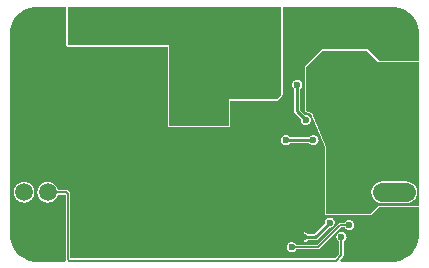
<source format=gbl>
G04*
G04 #@! TF.GenerationSoftware,Altium Limited,Altium Designer,20.1.8 (145)*
G04*
G04 Layer_Physical_Order=2*
G04 Layer_Color=16711680*
%FSAX44Y44*%
%MOMM*%
G71*
G04*
G04 #@! TF.SameCoordinates,DAE18ED5-9265-4BEA-8E83-C5C8D91DC67F*
G04*
G04*
G04 #@! TF.FilePolarity,Positive*
G04*
G01*
G75*
%ADD10C,0.1524*%
%ADD12C,0.2540*%
%ADD14C,0.1270*%
%ADD72C,1.6000*%
%ADD73O,4.0000X2.4000*%
%ADD74C,2.5000*%
%ADD75C,0.6000*%
%ADD76C,0.6500*%
%ADD77C,1.5000*%
G36*
X00231301Y00142910D02*
X00227768Y00139377D01*
X00186991Y00139377D01*
X00186990Y00116994D01*
X00136520Y00116994D01*
X00136520Y00185275D01*
X00050546Y00185275D01*
Y00217961D01*
X00231301D01*
X00231301Y00142910D01*
D02*
G37*
G36*
X00331697Y00217079D02*
X00335876Y00215348D01*
X00339637Y00212835D01*
X00342835Y00209637D01*
X00345348Y00205876D01*
X00347079Y00201697D01*
X00347961Y00197262D01*
Y00195000D01*
Y00172263D01*
X00313915Y00172263D01*
X00304572Y00181606D01*
X00304466Y00181701D01*
X00304350Y00181783D01*
X00304225Y00181852D01*
X00304093Y00181907D01*
X00303956Y00181946D01*
X00303815Y00181970D01*
X00303673Y00181978D01*
X00266660D01*
X00266517Y00181970D01*
X00266377Y00181946D01*
X00266240Y00181907D01*
X00266108Y00181852D01*
X00265983Y00181783D01*
X00265867Y00181701D01*
X00265760Y00181606D01*
X00251653Y00167498D01*
X00251558Y00167392D01*
X00251475Y00167276D01*
X00251406Y00167151D01*
X00251352Y00167019D01*
X00251312Y00166882D01*
X00251288Y00166741D01*
X00251280Y00166599D01*
X00251280Y00129936D01*
X00251284Y00129876D01*
X00251286Y00129817D01*
X00251288Y00129806D01*
X00251288Y00129794D01*
X00251298Y00129735D01*
X00251307Y00129676D01*
X00251310Y00129665D01*
X00251312Y00129653D01*
X00251329Y00129595D01*
X00251344Y00129538D01*
X00251348Y00129528D01*
X00251352Y00129516D01*
X00251375Y00129460D01*
X00251396Y00129406D01*
X00251402Y00129395D01*
X00251406Y00129384D01*
X00251435Y00129332D01*
X00251463Y00129280D01*
X00251469Y00129270D01*
X00251475Y00129259D01*
X00251510Y00129211D01*
X00251543Y00129162D01*
X00251551Y00129153D01*
X00251558Y00129143D01*
X00251597Y00129099D01*
X00251636Y00129054D01*
X00251645Y00129045D01*
X00251653Y00129037D01*
X00251697Y00128998D01*
X00251741Y00128957D01*
X00251751Y00128949D01*
X00251759Y00128942D01*
X00251808Y00128907D01*
X00251856Y00128872D01*
X00251866Y00128866D01*
X00251876Y00128859D01*
X00251928Y00128830D01*
X00251979Y00128801D01*
X00251990Y00128796D01*
X00252001Y00128790D01*
X00252056Y00128767D01*
X00252110Y00128743D01*
X00256663Y00127054D01*
X00268476Y00099057D01*
Y00042342D01*
X00268484Y00042200D01*
X00268508Y00042059D01*
X00268547Y00041922D01*
X00268602Y00041790D01*
X00268671Y00041665D01*
X00268754Y00041549D01*
X00268849Y00041443D01*
X00268955Y00041348D01*
X00269071Y00041265D01*
X00269196Y00041196D01*
X00269328Y00041142D01*
X00269465Y00041102D01*
X00269606Y00041078D01*
X00269748Y00041070D01*
X00306756Y00041070D01*
X00306898Y00041078D01*
X00307039Y00041102D01*
X00307176Y00041142D01*
X00307308Y00041196D01*
X00307433Y00041265D01*
X00307549Y00041348D01*
X00307656Y00041443D01*
X00314058Y00047845D01*
X00347961Y00047845D01*
Y00025000D01*
Y00022738D01*
X00347079Y00018303D01*
X00345348Y00014124D01*
X00342835Y00010363D01*
X00339637Y00007165D01*
X00335876Y00004652D01*
X00331697Y00002921D01*
X00327262Y00002039D01*
X00281810D01*
X00281227Y00003447D01*
X00283953Y00006174D01*
X00284088Y00006322D01*
X00284207Y00006482D01*
X00284309Y00006654D01*
X00284395Y00006834D01*
X00284462Y00007022D01*
X00284510Y00007216D01*
X00284540Y00007413D01*
X00284549Y00007613D01*
Y00019131D01*
X00284651Y00019185D01*
X00284888Y00019333D01*
X00285116Y00019496D01*
X00285332Y00019673D01*
X00285536Y00019864D01*
X00285727Y00020068D01*
X00285904Y00020285D01*
X00286067Y00020512D01*
X00286215Y00020749D01*
X00286347Y00020996D01*
X00286462Y00021250D01*
X00286560Y00021512D01*
X00286642Y00021780D01*
X00286705Y00022052D01*
X00286751Y00022328D01*
X00286778Y00022606D01*
X00286787Y00022885D01*
X00286778Y00023165D01*
X00286751Y00023443D01*
X00286705Y00023719D01*
X00286642Y00023991D01*
X00286560Y00024259D01*
X00286462Y00024520D01*
X00286347Y00024775D01*
X00286215Y00025022D01*
X00286067Y00025259D01*
X00285904Y00025486D01*
X00285727Y00025702D01*
X00285536Y00025906D01*
X00285332Y00026097D01*
X00285116Y00026275D01*
X00284888Y00026438D01*
X00284651Y00026585D01*
X00284405Y00026717D01*
X00284150Y00026832D01*
X00283888Y00026931D01*
X00283621Y00027012D01*
X00283349Y00027076D01*
X00283073Y00027121D01*
X00282794Y00027148D01*
X00282515Y00027158D01*
X00282236Y00027148D01*
X00281957Y00027121D01*
X00281681Y00027076D01*
X00281409Y00027012D01*
X00281142Y00026931D01*
X00280880Y00026832D01*
X00280625Y00026717D01*
X00280379Y00026585D01*
X00280141Y00026438D01*
X00279914Y00026275D01*
X00279698Y00026097D01*
X00279494Y00025906D01*
X00279303Y00025702D01*
X00279126Y00025486D01*
X00278963Y00025259D01*
X00278815Y00025022D01*
X00278683Y00024775D01*
X00278568Y00024520D01*
X00278469Y00024259D01*
X00278388Y00023991D01*
X00278325Y00023719D01*
X00278279Y00023443D01*
X00278252Y00023165D01*
X00278243Y00022885D01*
X00278252Y00022606D01*
X00278279Y00022328D01*
X00278325Y00022052D01*
X00278388Y00021780D01*
X00278469Y00021512D01*
X00278568Y00021250D01*
X00278683Y00020996D01*
X00278815Y00020749D01*
X00278963Y00020512D01*
X00279126Y00020285D01*
X00279303Y00020068D01*
X00279494Y00019864D01*
X00279698Y00019673D01*
X00279914Y00019496D01*
X00280141Y00019333D01*
X00280379Y00019185D01*
X00280480Y00019131D01*
Y00008455D01*
X00276822Y00004796D01*
X00052983D01*
Y00059420D01*
X00052973Y00059619D01*
X00052943Y00059817D01*
X00052895Y00060010D01*
X00052828Y00060198D01*
X00052742Y00060379D01*
X00052640Y00060550D01*
X00052521Y00060710D01*
X00052387Y00060858D01*
X00051057Y00062188D01*
X00050909Y00062322D01*
X00050749Y00062441D01*
X00050578Y00062543D01*
X00050397Y00062629D01*
X00050209Y00062696D01*
X00050016Y00062744D01*
X00049818Y00062774D01*
X00049619Y00062784D01*
X00042314D01*
X00042218Y00063150D01*
X00042099Y00063537D01*
X00041961Y00063918D01*
X00041806Y00064292D01*
X00041634Y00064659D01*
X00041445Y00065018D01*
X00041239Y00065367D01*
X00041018Y00065707D01*
X00040781Y00066036D01*
X00040530Y00066353D01*
X00040264Y00066659D01*
X00039984Y00066952D01*
X00039691Y00067232D01*
X00039385Y00067498D01*
X00039068Y00067750D01*
X00038739Y00067986D01*
X00038399Y00068208D01*
X00038050Y00068413D01*
X00037691Y00068602D01*
X00037324Y00068774D01*
X00036950Y00068929D01*
X00036569Y00069067D01*
X00036182Y00069187D01*
X00035789Y00069289D01*
X00035393Y00069372D01*
X00034993Y00069437D01*
X00034590Y00069484D01*
X00034186Y00069512D01*
X00033781Y00069521D01*
X00033376Y00069512D01*
X00032972Y00069484D01*
X00032569Y00069437D01*
X00032169Y00069372D01*
X00031773Y00069289D01*
X00031380Y00069187D01*
X00030993Y00069067D01*
X00030612Y00068929D01*
X00030238Y00068774D01*
X00029871Y00068602D01*
X00029512Y00068413D01*
X00029163Y00068208D01*
X00028823Y00067986D01*
X00028495Y00067750D01*
X00028177Y00067498D01*
X00027871Y00067232D01*
X00027578Y00066952D01*
X00027298Y00066659D01*
X00027032Y00066353D01*
X00026781Y00066036D01*
X00026544Y00065707D01*
X00026323Y00065367D01*
X00026117Y00065018D01*
X00025928Y00064659D01*
X00025756Y00064292D01*
X00025601Y00063918D01*
X00025464Y00063537D01*
X00025344Y00063150D01*
X00025242Y00062758D01*
X00025158Y00062361D01*
X00025093Y00061961D01*
X00025046Y00061559D01*
X00025018Y00061154D01*
X00025009Y00060749D01*
X00025018Y00060344D01*
X00025046Y00059940D01*
X00025093Y00059537D01*
X00025158Y00059137D01*
X00025242Y00058741D01*
X00025344Y00058348D01*
X00025464Y00057961D01*
X00025601Y00057580D01*
X00025756Y00057206D01*
X00025928Y00056839D01*
X00026117Y00056480D01*
X00026323Y00056131D01*
X00026544Y00055792D01*
X00026781Y00055463D01*
X00027032Y00055145D01*
X00027298Y00054839D01*
X00027578Y00054546D01*
X00027871Y00054266D01*
X00028177Y00054000D01*
X00028495Y00053749D01*
X00028823Y00053512D01*
X00029163Y00053291D01*
X00029512Y00053085D01*
X00029871Y00052896D01*
X00030238Y00052724D01*
X00030612Y00052569D01*
X00030993Y00052432D01*
X00031380Y00052312D01*
X00031773Y00052210D01*
X00032169Y00052126D01*
X00032569Y00052061D01*
X00032972Y00052014D01*
X00033376Y00051986D01*
X00033781Y00051977D01*
X00034186Y00051986D01*
X00034590Y00052014D01*
X00034993Y00052061D01*
X00035393Y00052126D01*
X00035789Y00052210D01*
X00036182Y00052312D01*
X00036569Y00052432D01*
X00036950Y00052569D01*
X00037324Y00052724D01*
X00037691Y00052896D01*
X00038050Y00053085D01*
X00038399Y00053291D01*
X00038739Y00053512D01*
X00039068Y00053749D01*
X00039385Y00054000D01*
X00039691Y00054266D01*
X00039984Y00054546D01*
X00040264Y00054839D01*
X00040530Y00055145D01*
X00040781Y00055463D01*
X00041018Y00055792D01*
X00041239Y00056131D01*
X00041445Y00056480D01*
X00041634Y00056839D01*
X00041806Y00057206D01*
X00041961Y00057580D01*
X00042099Y00057961D01*
X00042218Y00058348D01*
X00042314Y00058715D01*
X00048776D01*
X00048914Y00058577D01*
Y00003820D01*
X00048923Y00003621D01*
X00048932Y00003563D01*
X00048893Y00003322D01*
X00048326Y00002368D01*
X00048190Y00002244D01*
X00047870Y00002039D01*
X00022738D01*
X00018303Y00002921D01*
X00014124Y00004652D01*
X00010363Y00007165D01*
X00007165Y00010363D01*
X00004652Y00014124D01*
X00002921Y00018303D01*
X00002039Y00022738D01*
Y00025000D01*
Y00195000D01*
Y00197262D01*
X00002921Y00201697D01*
X00004652Y00205876D01*
X00007165Y00209637D01*
X00010363Y00212835D01*
X00014124Y00215348D01*
X00018303Y00217079D01*
X00022738Y00217961D01*
X00049274D01*
Y00185275D01*
X00049282Y00185133D01*
X00049306Y00184992D01*
X00049346Y00184855D01*
X00049400Y00184723D01*
X00049469Y00184599D01*
X00049552Y00184482D01*
X00049647Y00184376D01*
X00049753Y00184281D01*
X00049869Y00184198D01*
X00049994Y00184129D01*
X00050126Y00184075D01*
X00050263Y00184035D01*
X00050404Y00184011D01*
X00050546Y00184003D01*
X00135248Y00184003D01*
X00135248Y00116994D01*
X00135256Y00116852D01*
X00135280Y00116711D01*
X00135320Y00116574D01*
X00135374Y00116442D01*
X00135443Y00116318D01*
X00135526Y00116201D01*
X00135621Y00116095D01*
X00135727Y00116000D01*
X00135844Y00115917D01*
X00135968Y00115848D01*
X00136100Y00115794D01*
X00136237Y00115754D01*
X00136378Y00115730D01*
X00136520Y00115722D01*
X00186990Y00115722D01*
X00187133Y00115730D01*
X00187274Y00115754D01*
X00187411Y00115794D01*
X00187542Y00115848D01*
X00187667Y00115917D01*
X00187784Y00116000D01*
X00187890Y00116095D01*
X00187985Y00116201D01*
X00188067Y00116318D01*
X00188137Y00116442D01*
X00188191Y00116574D01*
X00188230Y00116711D01*
X00188254Y00116852D01*
X00188262Y00116994D01*
X00188263Y00138105D01*
X00227768Y00138105D01*
X00227910Y00138113D01*
X00228051Y00138137D01*
X00228188Y00138177D01*
X00228319Y00138231D01*
X00228444Y00138301D01*
X00228561Y00138383D01*
X00228667Y00138478D01*
X00232200Y00142011D01*
X00232295Y00142117D01*
X00232378Y00142234D01*
X00232447Y00142359D01*
X00232501Y00142490D01*
X00232541Y00142627D01*
X00232565Y00142768D01*
X00232573Y00142910D01*
X00232573Y00217961D01*
X00327262D01*
X00331697Y00217079D01*
D02*
G37*
G36*
X00313388Y00170991D02*
X00347961Y00170991D01*
Y00049117D01*
X00313531Y00049117D01*
X00306756Y00042342D01*
X00269748Y00042342D01*
Y00099314D01*
X00257622Y00128055D01*
X00252552Y00129936D01*
X00252553Y00166599D01*
X00266660Y00180706D01*
X00303673D01*
X00313388Y00170991D01*
D02*
G37*
%LPC*%
G36*
X00244970Y00155997D02*
X00244690Y00155988D01*
X00244412Y00155961D01*
X00244137Y00155915D01*
X00243864Y00155852D01*
X00243597Y00155770D01*
X00243335Y00155672D01*
X00243080Y00155556D01*
X00242834Y00155425D01*
X00242596Y00155277D01*
X00242369Y00155114D01*
X00242153Y00154937D01*
X00241949Y00154746D01*
X00241758Y00154542D01*
X00241581Y00154326D01*
X00241418Y00154098D01*
X00241270Y00153861D01*
X00241138Y00153614D01*
X00241023Y00153360D01*
X00240924Y00153098D01*
X00240843Y00152831D01*
X00240780Y00152558D01*
X00240734Y00152282D01*
X00240707Y00152004D01*
X00240698Y00151725D01*
X00240707Y00151445D01*
X00240734Y00151167D01*
X00240780Y00150891D01*
X00240843Y00150619D01*
X00240924Y00150352D01*
X00241023Y00150090D01*
X00241138Y00149835D01*
X00241270Y00149589D01*
X00241418Y00149351D01*
X00241581Y00149124D01*
X00241758Y00148908D01*
X00241949Y00148704D01*
X00242153Y00148513D01*
X00242369Y00148335D01*
X00242428Y00148294D01*
Y00129276D01*
X00242437Y00129054D01*
X00242466Y00128834D01*
X00242514Y00128618D01*
X00242581Y00128406D01*
X00242666Y00128201D01*
X00242768Y00128005D01*
X00242887Y00127818D01*
X00243022Y00127642D01*
X00243172Y00127478D01*
X00248213Y00122437D01*
X00248202Y00122366D01*
X00248174Y00122088D01*
X00248165Y00121809D01*
X00248174Y00121529D01*
X00248202Y00121251D01*
X00248247Y00120975D01*
X00248311Y00120703D01*
X00248392Y00120435D01*
X00248490Y00120174D01*
X00248605Y00119919D01*
X00248737Y00119672D01*
X00248885Y00119435D01*
X00249048Y00119208D01*
X00249225Y00118992D01*
X00249416Y00118788D01*
X00249620Y00118596D01*
X00249836Y00118419D01*
X00250064Y00118256D01*
X00250301Y00118109D01*
X00250548Y00117977D01*
X00250802Y00117861D01*
X00251064Y00117763D01*
X00251332Y00117682D01*
X00251604Y00117618D01*
X00251880Y00117573D01*
X00252158Y00117545D01*
X00252437Y00117536D01*
X00252717Y00117545D01*
X00252995Y00117573D01*
X00253271Y00117618D01*
X00253543Y00117682D01*
X00253811Y00117763D01*
X00254072Y00117861D01*
X00254327Y00117977D01*
X00254573Y00118109D01*
X00254811Y00118256D01*
X00255038Y00118419D01*
X00255254Y00118596D01*
X00255458Y00118788D01*
X00255649Y00118992D01*
X00255827Y00119208D01*
X00255989Y00119435D01*
X00256137Y00119672D01*
X00256269Y00119919D01*
X00256384Y00120174D01*
X00256483Y00120435D01*
X00256564Y00120703D01*
X00256627Y00120975D01*
X00256673Y00121251D01*
X00256700Y00121529D01*
X00256709Y00121809D01*
X00256700Y00122088D01*
X00256673Y00122366D01*
X00256627Y00122642D01*
X00256564Y00122914D01*
X00256483Y00123182D01*
X00256384Y00123443D01*
X00256269Y00123698D01*
X00256137Y00123945D01*
X00255989Y00124182D01*
X00255827Y00124409D01*
X00255649Y00124626D01*
X00255458Y00124830D01*
X00255254Y00125021D01*
X00255038Y00125198D01*
X00254811Y00125361D01*
X00254573Y00125508D01*
X00254327Y00125640D01*
X00254072Y00125756D01*
X00253811Y00125854D01*
X00253543Y00125935D01*
X00253271Y00125999D01*
X00252995Y00126044D01*
X00252717Y00126072D01*
X00252437Y00126081D01*
X00252158Y00126072D01*
X00251880Y00126044D01*
X00251809Y00126033D01*
X00247512Y00130329D01*
Y00148294D01*
X00247571Y00148335D01*
X00247787Y00148513D01*
X00247991Y00148704D01*
X00248182Y00148908D01*
X00248359Y00149124D01*
X00248522Y00149351D01*
X00248670Y00149589D01*
X00248802Y00149835D01*
X00248917Y00150090D01*
X00249016Y00150352D01*
X00249097Y00150619D01*
X00249160Y00150891D01*
X00249206Y00151167D01*
X00249233Y00151445D01*
X00249242Y00151725D01*
X00249233Y00152004D01*
X00249206Y00152282D01*
X00249160Y00152558D01*
X00249097Y00152831D01*
X00249016Y00153098D01*
X00248917Y00153360D01*
X00248802Y00153614D01*
X00248670Y00153861D01*
X00248522Y00154098D01*
X00248359Y00154326D01*
X00248182Y00154542D01*
X00247991Y00154746D01*
X00247787Y00154937D01*
X00247571Y00155114D01*
X00247344Y00155277D01*
X00247106Y00155425D01*
X00246859Y00155556D01*
X00246605Y00155672D01*
X00246343Y00155770D01*
X00246076Y00155852D01*
X00245803Y00155915D01*
X00245528Y00155961D01*
X00245249Y00155988D01*
X00244970Y00155997D01*
D02*
G37*
G36*
X00258803Y00109081D02*
X00258524Y00109072D01*
X00258246Y00109044D01*
X00257970Y00108999D01*
X00257698Y00108935D01*
X00257430Y00108854D01*
X00257168Y00108756D01*
X00256914Y00108640D01*
X00256667Y00108509D01*
X00256430Y00108361D01*
X00256203Y00108198D01*
X00255986Y00108021D01*
X00255782Y00107830D01*
X00255591Y00107626D01*
X00255414Y00107409D01*
X00255372Y00107351D01*
X00238944D01*
X00238903Y00107409D01*
X00238725Y00107626D01*
X00238534Y00107830D01*
X00238330Y00108021D01*
X00238114Y00108198D01*
X00237887Y00108361D01*
X00237649Y00108509D01*
X00237403Y00108640D01*
X00237148Y00108756D01*
X00236886Y00108854D01*
X00236619Y00108935D01*
X00236347Y00108999D01*
X00236071Y00109044D01*
X00235793Y00109072D01*
X00235513Y00109081D01*
X00235234Y00109072D01*
X00234956Y00109044D01*
X00234680Y00108999D01*
X00234407Y00108935D01*
X00234140Y00108854D01*
X00233878Y00108756D01*
X00233624Y00108640D01*
X00233377Y00108509D01*
X00233140Y00108361D01*
X00232912Y00108198D01*
X00232696Y00108021D01*
X00232492Y00107830D01*
X00232301Y00107626D01*
X00232124Y00107409D01*
X00231961Y00107182D01*
X00231813Y00106945D01*
X00231681Y00106698D01*
X00231566Y00106444D01*
X00231468Y00106182D01*
X00231386Y00105914D01*
X00231323Y00105642D01*
X00231277Y00105366D01*
X00231250Y00105088D01*
X00231241Y00104809D01*
X00231250Y00104529D01*
X00231277Y00104251D01*
X00231323Y00103975D01*
X00231386Y00103703D01*
X00231468Y00103435D01*
X00231566Y00103174D01*
X00231681Y00102919D01*
X00231813Y00102673D01*
X00231961Y00102435D01*
X00232124Y00102208D01*
X00232301Y00101992D01*
X00232492Y00101788D01*
X00232696Y00101597D01*
X00232912Y00101419D01*
X00233140Y00101256D01*
X00233377Y00101109D01*
X00233624Y00100977D01*
X00233878Y00100862D01*
X00234140Y00100763D01*
X00234407Y00100682D01*
X00234680Y00100618D01*
X00234956Y00100573D01*
X00235234Y00100546D01*
X00235513Y00100536D01*
X00235793Y00100546D01*
X00236071Y00100573D01*
X00236347Y00100618D01*
X00236619Y00100682D01*
X00236886Y00100763D01*
X00237148Y00100862D01*
X00237403Y00100977D01*
X00237649Y00101109D01*
X00237887Y00101256D01*
X00238114Y00101419D01*
X00238330Y00101597D01*
X00238534Y00101788D01*
X00238725Y00101992D01*
X00238903Y00102208D01*
X00238944Y00102266D01*
X00255372D01*
X00255414Y00102208D01*
X00255591Y00101992D01*
X00255782Y00101788D01*
X00255986Y00101597D01*
X00256203Y00101419D01*
X00256430Y00101256D01*
X00256667Y00101109D01*
X00256914Y00100977D01*
X00257168Y00100862D01*
X00257430Y00100763D01*
X00257698Y00100682D01*
X00257970Y00100618D01*
X00258246Y00100573D01*
X00258524Y00100546D01*
X00258803Y00100536D01*
X00259083Y00100546D01*
X00259361Y00100573D01*
X00259637Y00100618D01*
X00259909Y00100682D01*
X00260177Y00100763D01*
X00260438Y00100862D01*
X00260693Y00100977D01*
X00260939Y00101109D01*
X00261177Y00101256D01*
X00261404Y00101419D01*
X00261620Y00101597D01*
X00261824Y00101788D01*
X00262015Y00101992D01*
X00262193Y00102208D01*
X00262356Y00102435D01*
X00262503Y00102673D01*
X00262635Y00102919D01*
X00262750Y00103174D01*
X00262849Y00103435D01*
X00262930Y00103703D01*
X00262994Y00103975D01*
X00263039Y00104251D01*
X00263066Y00104529D01*
X00263076Y00104809D01*
X00263066Y00105088D01*
X00263039Y00105366D01*
X00262994Y00105642D01*
X00262930Y00105914D01*
X00262849Y00106182D01*
X00262750Y00106444D01*
X00262635Y00106698D01*
X00262503Y00106945D01*
X00262356Y00107182D01*
X00262193Y00107409D01*
X00262015Y00107626D01*
X00261824Y00107830D01*
X00261620Y00108021D01*
X00261404Y00108198D01*
X00261177Y00108361D01*
X00260939Y00108509D01*
X00260693Y00108640D01*
X00260438Y00108756D01*
X00260177Y00108854D01*
X00259909Y00108935D01*
X00259637Y00108999D01*
X00259361Y00109044D01*
X00259083Y00109072D01*
X00258803Y00109081D01*
D02*
G37*
G36*
X00013781Y00069521D02*
X00013376Y00069512D01*
X00012972Y00069484D01*
X00012569Y00069437D01*
X00012169Y00069372D01*
X00011773Y00069289D01*
X00011380Y00069187D01*
X00010993Y00069067D01*
X00010612Y00068929D01*
X00010238Y00068774D01*
X00009871Y00068602D01*
X00009512Y00068413D01*
X00009163Y00068208D01*
X00008824Y00067986D01*
X00008495Y00067750D01*
X00008177Y00067498D01*
X00007871Y00067232D01*
X00007578Y00066952D01*
X00007298Y00066659D01*
X00007032Y00066353D01*
X00006781Y00066036D01*
X00006544Y00065707D01*
X00006323Y00065367D01*
X00006117Y00065018D01*
X00005928Y00064659D01*
X00005756Y00064292D01*
X00005601Y00063918D01*
X00005464Y00063537D01*
X00005344Y00063150D01*
X00005242Y00062758D01*
X00005158Y00062361D01*
X00005093Y00061961D01*
X00005046Y00061559D01*
X00005018Y00061154D01*
X00005009Y00060749D01*
X00005018Y00060344D01*
X00005046Y00059940D01*
X00005093Y00059537D01*
X00005158Y00059137D01*
X00005242Y00058741D01*
X00005344Y00058348D01*
X00005464Y00057961D01*
X00005601Y00057580D01*
X00005756Y00057206D01*
X00005928Y00056839D01*
X00006117Y00056480D01*
X00006323Y00056131D01*
X00006544Y00055792D01*
X00006781Y00055463D01*
X00007032Y00055145D01*
X00007298Y00054839D01*
X00007578Y00054546D01*
X00007871Y00054266D01*
X00008177Y00054000D01*
X00008495Y00053749D01*
X00008824Y00053512D01*
X00009163Y00053291D01*
X00009512Y00053085D01*
X00009871Y00052896D01*
X00010238Y00052724D01*
X00010612Y00052569D01*
X00010993Y00052432D01*
X00011380Y00052312D01*
X00011773Y00052210D01*
X00012169Y00052126D01*
X00012569Y00052061D01*
X00012972Y00052014D01*
X00013376Y00051986D01*
X00013781Y00051977D01*
X00014186Y00051986D01*
X00014591Y00052014D01*
X00014993Y00052061D01*
X00015393Y00052126D01*
X00015790Y00052210D01*
X00016182Y00052312D01*
X00016569Y00052432D01*
X00016950Y00052569D01*
X00017324Y00052724D01*
X00017691Y00052896D01*
X00018050Y00053085D01*
X00018399Y00053291D01*
X00018739Y00053512D01*
X00019068Y00053749D01*
X00019385Y00054000D01*
X00019691Y00054266D01*
X00019984Y00054546D01*
X00020264Y00054839D01*
X00020530Y00055145D01*
X00020782Y00055463D01*
X00021018Y00055792D01*
X00021240Y00056131D01*
X00021445Y00056480D01*
X00021634Y00056839D01*
X00021806Y00057206D01*
X00021961Y00057580D01*
X00022099Y00057961D01*
X00022218Y00058348D01*
X00022320Y00058741D01*
X00022404Y00059137D01*
X00022469Y00059537D01*
X00022516Y00059940D01*
X00022544Y00060344D01*
X00022553Y00060749D01*
X00022544Y00061154D01*
X00022516Y00061559D01*
X00022469Y00061961D01*
X00022404Y00062361D01*
X00022320Y00062758D01*
X00022218Y00063150D01*
X00022099Y00063537D01*
X00021961Y00063918D01*
X00021806Y00064292D01*
X00021634Y00064659D01*
X00021445Y00065018D01*
X00021240Y00065367D01*
X00021018Y00065707D01*
X00020782Y00066036D01*
X00020530Y00066353D01*
X00020264Y00066659D01*
X00019984Y00066952D01*
X00019691Y00067232D01*
X00019385Y00067498D01*
X00019068Y00067750D01*
X00018739Y00067986D01*
X00018399Y00068208D01*
X00018050Y00068413D01*
X00017691Y00068602D01*
X00017324Y00068774D01*
X00016950Y00068929D01*
X00016569Y00069067D01*
X00016182Y00069187D01*
X00015790Y00069289D01*
X00015393Y00069372D01*
X00014993Y00069437D01*
X00014591Y00069484D01*
X00014186Y00069512D01*
X00013781Y00069521D01*
D02*
G37*
G36*
X00272534Y00039288D02*
X00272255Y00039279D01*
X00271977Y00039252D01*
X00271701Y00039206D01*
X00271429Y00039143D01*
X00271161Y00039062D01*
X00270900Y00038963D01*
X00270645Y00038848D01*
X00270398Y00038716D01*
X00270161Y00038568D01*
X00269934Y00038406D01*
X00269718Y00038228D01*
X00269513Y00038037D01*
X00269322Y00037833D01*
X00269145Y00037617D01*
X00268982Y00037390D01*
X00268834Y00037152D01*
X00268703Y00036906D01*
X00268587Y00036651D01*
X00268489Y00036390D01*
X00268408Y00036122D01*
X00268344Y00035850D01*
X00268299Y00035574D01*
X00268271Y00035296D01*
X00268262Y00035016D01*
X00268271Y00034737D01*
X00268299Y00034459D01*
X00268310Y00034388D01*
X00258981Y00025058D01*
X00253945D01*
X00253903Y00025117D01*
X00253725Y00025333D01*
X00253534Y00025537D01*
X00253330Y00025728D01*
X00253114Y00025905D01*
X00252887Y00026068D01*
X00252649Y00026216D01*
X00252403Y00026348D01*
X00252148Y00026463D01*
X00251887Y00026562D01*
X00251619Y00026643D01*
X00251347Y00026706D01*
X00251071Y00026752D01*
X00250793Y00026779D01*
X00250513Y00026788D01*
X00250513Y00018244D01*
X00250513D01*
X00250793Y00018253D01*
X00251071Y00018280D01*
X00251347Y00018326D01*
X00251619Y00018389D01*
X00251887Y00018470D01*
X00252148Y00018569D01*
X00252403Y00018684D01*
X00252649Y00018816D01*
X00252887Y00018964D01*
X00253114Y00019127D01*
X00253330Y00019304D01*
X00253534Y00019495D01*
X00253725Y00019699D01*
X00253903Y00019915D01*
X00253945Y00019974D01*
X00260034D01*
X00260256Y00019983D01*
X00260476Y00020012D01*
X00260692Y00020060D01*
X00260904Y00020127D01*
X00261109Y00020212D01*
X00261305Y00020314D01*
X00261493Y00020433D01*
X00261668Y00020568D01*
X00261832Y00020718D01*
X00271906Y00030792D01*
X00271977Y00030780D01*
X00272255Y00030753D01*
X00272534Y00030744D01*
X00272814Y00030753D01*
X00273092Y00030780D01*
X00273368Y00030826D01*
X00273640Y00030889D01*
X00273908Y00030971D01*
X00274169Y00031069D01*
X00274424Y00031184D01*
X00274671Y00031316D01*
X00274908Y00031464D01*
X00275135Y00031627D01*
X00275351Y00031804D01*
X00275555Y00031995D01*
X00275746Y00032199D01*
X00275924Y00032415D01*
X00276087Y00032643D01*
X00276234Y00032880D01*
X00276366Y00033127D01*
X00276481Y00033381D01*
X00276580Y00033643D01*
X00276661Y00033911D01*
X00276725Y00034183D01*
X00276770Y00034459D01*
X00276798Y00034737D01*
X00276807Y00035016D01*
X00276798Y00035296D01*
X00276770Y00035574D01*
X00276725Y00035850D01*
X00276661Y00036122D01*
X00276580Y00036390D01*
X00276481Y00036651D01*
X00276366Y00036906D01*
X00276234Y00037152D01*
X00276087Y00037390D01*
X00275924Y00037617D01*
X00275746Y00037833D01*
X00275555Y00038037D01*
X00275351Y00038228D01*
X00275135Y00038406D01*
X00274908Y00038568D01*
X00274671Y00038716D01*
X00274424Y00038848D01*
X00274169Y00038963D01*
X00273908Y00039062D01*
X00273640Y00039143D01*
X00273368Y00039206D01*
X00273092Y00039252D01*
X00272814Y00039279D01*
X00272534Y00039288D01*
D02*
G37*
G36*
X00289076Y00037178D02*
X00288796Y00037169D01*
X00288518Y00037142D01*
X00288242Y00037096D01*
X00287970Y00037033D01*
X00287702Y00036952D01*
X00287441Y00036853D01*
X00287186Y00036738D01*
X00286940Y00036606D01*
X00286702Y00036458D01*
X00286475Y00036296D01*
X00286259Y00036118D01*
X00286055Y00035927D01*
X00285864Y00035723D01*
X00285686Y00035507D01*
X00285523Y00035280D01*
X00285376Y00035042D01*
X00285254Y00034813D01*
X00281323D01*
X00281136Y00034804D01*
X00280951Y00034777D01*
X00280770Y00034731D01*
X00280593Y00034668D01*
X00280424Y00034588D01*
X00280264Y00034492D01*
X00280113Y00034381D01*
X00279975Y00034255D01*
X00279974Y00034255D01*
X00261826Y00016106D01*
X00244222D01*
X00244099Y00016335D01*
X00243952Y00016573D01*
X00243789Y00016800D01*
X00243612Y00017016D01*
X00243421Y00017220D01*
X00243216Y00017411D01*
X00243000Y00017588D01*
X00242773Y00017751D01*
X00242536Y00017899D01*
X00242289Y00018031D01*
X00242034Y00018146D01*
X00241773Y00018245D01*
X00241505Y00018326D01*
X00241233Y00018389D01*
X00240957Y00018435D01*
X00240679Y00018462D01*
X00240399Y00018471D01*
X00240120Y00018462D01*
X00239842Y00018435D01*
X00239566Y00018389D01*
X00239294Y00018326D01*
X00239026Y00018245D01*
X00238765Y00018146D01*
X00238510Y00018031D01*
X00238263Y00017899D01*
X00238026Y00017751D01*
X00237799Y00017588D01*
X00237583Y00017411D01*
X00237379Y00017220D01*
X00237188Y00017016D01*
X00237010Y00016800D01*
X00236847Y00016573D01*
X00236700Y00016335D01*
X00236568Y00016089D01*
X00236452Y00015834D01*
X00236354Y00015572D01*
X00236273Y00015305D01*
X00236209Y00015032D01*
X00236164Y00014757D01*
X00236136Y00014478D01*
X00236127Y00014199D01*
X00236136Y00013920D01*
X00236164Y00013641D01*
X00236209Y00013365D01*
X00236273Y00013093D01*
X00236354Y00012826D01*
X00236452Y00012564D01*
X00236568Y00012309D01*
X00236700Y00012063D01*
X00236847Y00011825D01*
X00237010Y00011598D01*
X00237188Y00011382D01*
X00237379Y00011178D01*
X00237583Y00010987D01*
X00237799Y00010810D01*
X00238026Y00010647D01*
X00238263Y00010499D01*
X00238510Y00010367D01*
X00238765Y00010252D01*
X00239026Y00010153D01*
X00239294Y00010072D01*
X00239566Y00010009D01*
X00239842Y00009963D01*
X00240120Y00009936D01*
X00240399Y00009927D01*
X00240679Y00009936D01*
X00240957Y00009963D01*
X00241233Y00010009D01*
X00241505Y00010072D01*
X00241773Y00010153D01*
X00242034Y00010252D01*
X00242289Y00010367D01*
X00242536Y00010499D01*
X00242773Y00010647D01*
X00243000Y00010810D01*
X00243216Y00010987D01*
X00243421Y00011178D01*
X00243612Y00011382D01*
X00243789Y00011598D01*
X00243952Y00011825D01*
X00244099Y00012063D01*
X00244222Y00012292D01*
X00262616D01*
X00262803Y00012301D01*
X00262988Y00012328D01*
X00263170Y00012374D01*
X00263346Y00012437D01*
X00263515Y00012517D01*
X00263676Y00012613D01*
X00263826Y00012725D01*
X00263965Y00012850D01*
X00282113Y00030999D01*
X00285254D01*
X00285376Y00030770D01*
X00285523Y00030533D01*
X00285686Y00030305D01*
X00285864Y00030089D01*
X00286055Y00029885D01*
X00286259Y00029694D01*
X00286475Y00029517D01*
X00286702Y00029354D01*
X00286940Y00029206D01*
X00287186Y00029074D01*
X00287441Y00028959D01*
X00287702Y00028861D01*
X00287970Y00028779D01*
X00288242Y00028716D01*
X00288518Y00028670D01*
X00288796Y00028643D01*
X00289076Y00028634D01*
X00289355Y00028643D01*
X00289633Y00028670D01*
X00289909Y00028716D01*
X00290181Y00028779D01*
X00290449Y00028861D01*
X00290711Y00028959D01*
X00290965Y00029074D01*
X00291212Y00029206D01*
X00291449Y00029354D01*
X00291677Y00029517D01*
X00291893Y00029694D01*
X00292097Y00029885D01*
X00292288Y00030089D01*
X00292465Y00030305D01*
X00292628Y00030533D01*
X00292776Y00030770D01*
X00292907Y00031017D01*
X00293023Y00031271D01*
X00293121Y00031533D01*
X00293202Y00031800D01*
X00293266Y00032073D01*
X00293311Y00032348D01*
X00293339Y00032627D01*
X00293348Y00032906D01*
X00293339Y00033186D01*
X00293311Y00033464D01*
X00293266Y00033740D01*
X00293202Y00034012D01*
X00293121Y00034279D01*
X00293023Y00034541D01*
X00292907Y00034796D01*
X00292776Y00035042D01*
X00292628Y00035280D01*
X00292465Y00035507D01*
X00292288Y00035723D01*
X00292097Y00035927D01*
X00291893Y00036118D01*
X00291677Y00036296D01*
X00291449Y00036458D01*
X00291212Y00036606D01*
X00290965Y00036738D01*
X00290711Y00036853D01*
X00290449Y00036952D01*
X00290181Y00037033D01*
X00289909Y00037096D01*
X00289633Y00037142D01*
X00289355Y00037169D01*
X00289076Y00037178D01*
D02*
G37*
G36*
X00337090Y00070099D02*
X00317090D01*
X00314670Y00069781D01*
X00312415Y00068847D01*
X00310479Y00067361D01*
X00308993Y00065424D01*
X00308059Y00063169D01*
X00307740Y00060749D01*
X00308059Y00058329D01*
X00308993Y00056074D01*
X00310479Y00054138D01*
X00312415Y00052652D01*
X00314670Y00051718D01*
X00317090Y00051399D01*
X00337090D01*
X00339510Y00051718D01*
X00341765Y00052652D01*
X00343701Y00054138D01*
X00345187Y00056074D01*
X00346121Y00058329D01*
X00346440Y00060749D01*
X00346121Y00063169D01*
X00345187Y00065424D01*
X00343701Y00067361D01*
X00341765Y00068847D01*
X00339510Y00069781D01*
X00337090Y00070099D01*
D02*
G37*
%LPD*%
D10*
X00052006Y00002762D02*
X00277664D01*
X00282515Y00007613D02*
Y00022885D01*
X00277664Y00002762D02*
X00282515Y00007613D01*
X00033781Y00060749D02*
X00049619D01*
X00050948Y00003820D02*
Y00059420D01*
X00049619Y00060749D02*
X00050948Y00059420D01*
Y00003820D02*
X00052006Y00002762D01*
D12*
X00252437Y00121809D02*
Y00121809D01*
X00244970Y00129276D02*
Y00151725D01*
Y00129276D02*
X00252437Y00121809D01*
X00260034Y00022516D02*
X00272534Y00035016D01*
X00250513Y00022516D02*
X00260034D01*
X00235513Y00104809D02*
X00258803D01*
D14*
X00240399Y00014199D02*
X00262616D01*
X00281323Y00032906D02*
X00289076D01*
X00262616Y00014199D02*
X00281323Y00032906D01*
D72*
X00317090Y00060749D02*
X00337090D01*
D73*
X00324840Y00085000D02*
D03*
Y00135000D02*
D03*
X00025000Y00085000D02*
D03*
Y00135000D02*
D03*
D74*
X00324840Y00025000D02*
D03*
Y00195000D02*
D03*
X00025000Y00025000D02*
D03*
Y00195000D02*
D03*
D75*
X00174503Y00137500D02*
D03*
Y00175000D02*
D03*
Y00162500D02*
D03*
Y00125000D02*
D03*
Y00150000D02*
D03*
X00149502Y00137500D02*
D03*
Y00175000D02*
D03*
Y00162500D02*
D03*
Y00125000D02*
D03*
Y00150000D02*
D03*
X00162003Y00137500D02*
D03*
Y00175000D02*
D03*
Y00162500D02*
D03*
Y00125000D02*
D03*
Y00150000D02*
D03*
X00228013Y00175275D02*
D03*
Y00165275D02*
D03*
Y00155275D02*
D03*
Y00145275D02*
D03*
X00218013Y00175275D02*
D03*
Y00165275D02*
D03*
Y00155275D02*
D03*
Y00145275D02*
D03*
X00208013Y00175275D02*
D03*
Y00165275D02*
D03*
Y00155275D02*
D03*
Y00145275D02*
D03*
X00198013Y00175275D02*
D03*
Y00165275D02*
D03*
Y00155275D02*
D03*
Y00145275D02*
D03*
X00259038Y00166750D02*
D03*
X00269038D02*
D03*
X00279038D02*
D03*
X00289038D02*
D03*
X00259038Y00156750D02*
D03*
X00269038D02*
D03*
X00279038D02*
D03*
X00289038D02*
D03*
X00259038Y00146750D02*
D03*
X00269038D02*
D03*
X00279038D02*
D03*
X00289038D02*
D03*
X00259038Y00136750D02*
D03*
X00269038D02*
D03*
X00279038D02*
D03*
X00289038D02*
D03*
X00282515Y00022885D02*
D03*
X00289076Y00032906D02*
D03*
X00246748Y00202648D02*
D03*
Y00194778D02*
D03*
X00275918Y00202648D02*
D03*
Y00194778D02*
D03*
X00272534Y00035016D02*
D03*
X00250513Y00022516D02*
D03*
X00240399Y00014199D02*
D03*
X00235513Y00104809D02*
D03*
X00264013Y00061354D02*
D03*
Y00051354D02*
D03*
X00195000Y00120000D02*
D03*
X00195099Y00112287D02*
D03*
X00264013Y00071354D02*
D03*
X00258803Y00104809D02*
D03*
X00252437Y00121809D02*
D03*
X00224013Y00051354D02*
D03*
Y00071354D02*
D03*
X00244970Y00151725D02*
D03*
X00215457Y00023371D02*
D03*
X00208744Y00023273D02*
D03*
X00224013Y00061354D02*
D03*
X00025000Y00159250D02*
D03*
Y00151750D02*
D03*
Y00166750D02*
D03*
X00032713Y00166849D02*
D03*
Y00151849D02*
D03*
Y00159349D02*
D03*
X00080000Y00040000D02*
D03*
X00072500D02*
D03*
X00087500D02*
D03*
X00095000D02*
D03*
X00095099Y00032287D02*
D03*
X00087599D02*
D03*
X00072599D02*
D03*
X00080099D02*
D03*
X00110000Y00040000D02*
D03*
X00102500D02*
D03*
X00117500D02*
D03*
X00125000D02*
D03*
X00125099Y00032287D02*
D03*
X00117599D02*
D03*
X00102599D02*
D03*
X00110099D02*
D03*
X00140000Y00040000D02*
D03*
X00132500D02*
D03*
X00147500D02*
D03*
X00155000D02*
D03*
X00155099Y00032287D02*
D03*
X00147599D02*
D03*
X00132599D02*
D03*
X00140099D02*
D03*
X00170000Y00040000D02*
D03*
X00162500D02*
D03*
X00177500D02*
D03*
X00185000D02*
D03*
X00185099Y00032287D02*
D03*
X00177599D02*
D03*
X00162599D02*
D03*
X00170099D02*
D03*
X00202500Y00120000D02*
D03*
X00210000D02*
D03*
X00217500D02*
D03*
X00217599Y00112287D02*
D03*
X00210099D02*
D03*
X00202599D02*
D03*
X00266195Y00194778D02*
D03*
X00256471D02*
D03*
X00285641D02*
D03*
X00295365D02*
D03*
Y00202648D02*
D03*
X00285641D02*
D03*
X00256471D02*
D03*
X00266195D02*
D03*
D76*
X00244013Y00061354D02*
D03*
X00234013Y00051354D02*
D03*
Y00061354D02*
D03*
Y00071354D02*
D03*
X00244013D02*
D03*
X00254013D02*
D03*
Y00061354D02*
D03*
Y00051354D02*
D03*
X00244013D02*
D03*
D77*
X00317090Y00060749D02*
D03*
X00313590Y00158750D02*
D03*
X00013781Y00060749D02*
D03*
X00033781D02*
D03*
X00333590Y00158750D02*
D03*
X00337090Y00060749D02*
D03*
X00205026Y00085703D02*
D03*
Y00065703D02*
D03*
M02*

</source>
